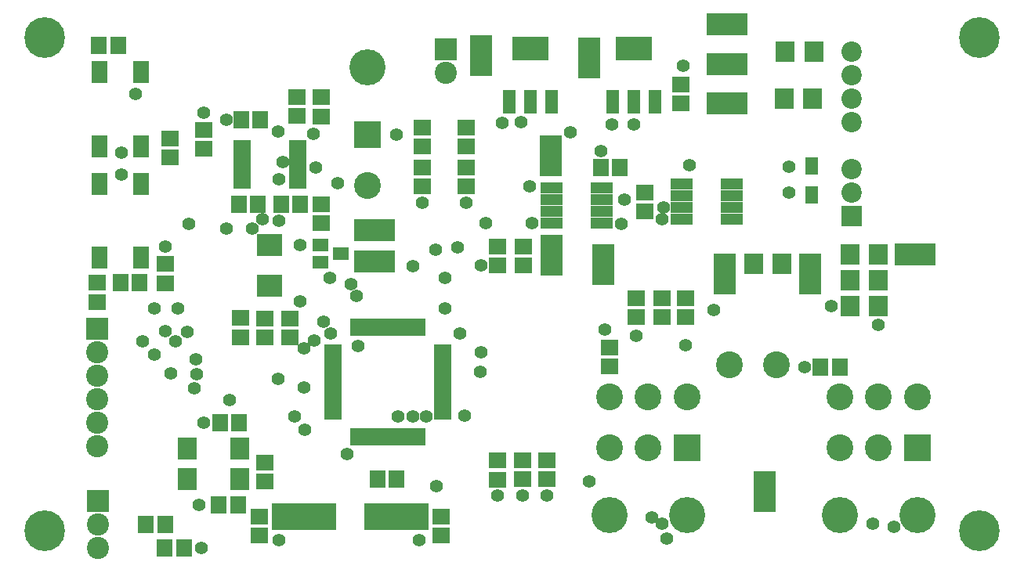
<source format=gts>
G04 #@! TF.FileFunction,Soldermask,Top*
%FSLAX46Y46*%
G04 Gerber Fmt 4.6, Leading zero omitted, Abs format (unit mm)*
G04 Created by KiCad (PCBNEW 4.0.5+dfsg1-4) date Wed Aug 23 12:06:28 2017*
%MOMM*%
%LPD*%
G01*
G04 APERTURE LIST*
%ADD10C,0.100000*%
%ADD11R,1.800000X1.900000*%
%ADD12R,2.000000X2.300000*%
%ADD13R,1.900000X1.800000*%
%ADD14R,1.400000X1.900000*%
%ADD15R,2.400000X2.400000*%
%ADD16C,2.400000*%
%ADD17R,1.700000X2.400000*%
%ADD18R,4.400000X2.400000*%
%ADD19R,2.400000X4.400000*%
%ADD20R,1.800000X1.400000*%
%ADD21R,1.900000X0.750000*%
%ADD22R,2.400000X1.150000*%
%ADD23R,1.400000X2.650000*%
%ADD24R,3.900000X2.650000*%
%ADD25R,0.700000X1.900000*%
%ADD26R,1.900000X0.700000*%
%ADD27R,2.000000X2.400000*%
%ADD28R,7.000000X2.900000*%
%ADD29C,2.900000*%
%ADD30R,2.900000X2.900000*%
%ADD31C,3.908000*%
%ADD32R,2.200000X2.200000*%
%ADD33C,2.200000*%
%ADD34R,0.700000X2.400000*%
%ADD35C,4.400000*%
%ADD36C,1.416000*%
G04 APERTURE END LIST*
D10*
D11*
X166116000Y-78867000D03*
X168166000Y-78867000D03*
D12*
X192988000Y-93853000D03*
X196088000Y-93853000D03*
X192988000Y-91059000D03*
X196088000Y-91059000D03*
D13*
X175260000Y-92946000D03*
X175260000Y-94996000D03*
X172720000Y-92946000D03*
X172720000Y-94996000D03*
X169926000Y-92946000D03*
X169926000Y-94996000D03*
X174752000Y-69832000D03*
X174752000Y-71882000D03*
D11*
X124823000Y-115316000D03*
X126873000Y-115316000D03*
X127018000Y-106426000D03*
X124968000Y-106426000D03*
D13*
X148844000Y-118618000D03*
X148844000Y-116568000D03*
X129159000Y-116586000D03*
X129159000Y-118636000D03*
X118999000Y-91331000D03*
X118999000Y-89281000D03*
D14*
X188849000Y-78688000D03*
X188849000Y-81788000D03*
D13*
X154900596Y-112576082D03*
X154900596Y-110526082D03*
X157607000Y-112540000D03*
X157607000Y-110490000D03*
X160274000Y-112540000D03*
X160274000Y-110490000D03*
D15*
X111760000Y-114935000D03*
D16*
X111760000Y-117475000D03*
X111760000Y-120015000D03*
D12*
X185876000Y-71374000D03*
X188976000Y-71374000D03*
X192988000Y-88265000D03*
X196088000Y-88265000D03*
X186003000Y-66294000D03*
X189103000Y-66294000D03*
D13*
X135890000Y-82786000D03*
X135890000Y-84836000D03*
X135890000Y-73297000D03*
X135890000Y-71247000D03*
D11*
X129304000Y-73660000D03*
X127254000Y-73660000D03*
D13*
X132461000Y-95141000D03*
X132461000Y-97191000D03*
X129794000Y-95141000D03*
X129794000Y-97191000D03*
X127127000Y-95123000D03*
X127127000Y-97173000D03*
X133223000Y-71229000D03*
X133223000Y-73279000D03*
X123190000Y-74785000D03*
X123190000Y-76835000D03*
D11*
X191897000Y-100457000D03*
X189847000Y-100457000D03*
D13*
X157734000Y-89426000D03*
X157734000Y-87376000D03*
X170815000Y-83584000D03*
X170815000Y-81534000D03*
D12*
X182574000Y-89281000D03*
X185674000Y-89281000D03*
D13*
X154940000Y-87358000D03*
X154940000Y-89408000D03*
X167005000Y-100330000D03*
X167005000Y-98280000D03*
X129794000Y-110744000D03*
X129794000Y-112794000D03*
D11*
X141968000Y-112522000D03*
X144018000Y-112522000D03*
X111869000Y-65659000D03*
X113919000Y-65659000D03*
D13*
X119507000Y-75692000D03*
X119507000Y-77742000D03*
X111633000Y-91313000D03*
X111633000Y-93363000D03*
D11*
X114173000Y-91313000D03*
X116223000Y-91313000D03*
X118981000Y-120015000D03*
X121031000Y-120015000D03*
X116949000Y-117475000D03*
X118999000Y-117475000D03*
D17*
X116423000Y-68517000D03*
X111923000Y-68517000D03*
X111923000Y-76517000D03*
X116423000Y-76517000D03*
X116423000Y-80582000D03*
X111923000Y-80582000D03*
X111923000Y-88582000D03*
X116423000Y-88582000D03*
D18*
X141670000Y-89027000D03*
X141670000Y-85598000D03*
D19*
X160782000Y-88330000D03*
X188722000Y-90362000D03*
X160655000Y-77532000D03*
X179451000Y-90362000D03*
D18*
X179767000Y-71882000D03*
X200090000Y-88265000D03*
X179767000Y-67691000D03*
D19*
X183769000Y-113857000D03*
X166370000Y-89346000D03*
X164846000Y-66994000D03*
X153162000Y-66740000D03*
D20*
X138006000Y-88138000D03*
X135806000Y-89088000D03*
X135806000Y-87188000D03*
D21*
X133302000Y-76211000D03*
X133302000Y-76861000D03*
X133302000Y-77511000D03*
X133302000Y-78161000D03*
X133302000Y-78811000D03*
X133302000Y-79461000D03*
X133302000Y-80111000D03*
X133302000Y-80761000D03*
X127302000Y-78811000D03*
X127302000Y-79461000D03*
X127302000Y-80111000D03*
X127302000Y-80761000D03*
X127302000Y-78161000D03*
X127302000Y-77511000D03*
X127302000Y-76861000D03*
X127302000Y-76211000D03*
D22*
X160749000Y-81026000D03*
X160749000Y-82296000D03*
X160749000Y-83566000D03*
X160749000Y-84836000D03*
X166149000Y-81026000D03*
X166149000Y-82296000D03*
X166149000Y-83566000D03*
X166149000Y-84836000D03*
X180246000Y-84455000D03*
X180246000Y-83185000D03*
X180246000Y-81915000D03*
X180246000Y-80645000D03*
X174846000Y-84455000D03*
X174846000Y-83185000D03*
X174846000Y-81915000D03*
X174846000Y-80645000D03*
D23*
X171972000Y-71734000D03*
X169672000Y-71734000D03*
D24*
X169672000Y-65934000D03*
D23*
X167372000Y-71734000D03*
X160796000Y-71734000D03*
X158496000Y-71734000D03*
D24*
X158496000Y-65934000D03*
D23*
X156196000Y-71734000D03*
D25*
X139321000Y-107941000D03*
X139821000Y-107941000D03*
X140321000Y-107941000D03*
X140821000Y-107941000D03*
X141321000Y-107941000D03*
X141821000Y-107941000D03*
X142321000Y-107941000D03*
X142821000Y-107941000D03*
X143321000Y-107941000D03*
X143821000Y-107941000D03*
X144321000Y-107941000D03*
X144821000Y-107941000D03*
X145321000Y-107941000D03*
X145821000Y-107941000D03*
X146321000Y-107941000D03*
X146821000Y-107941000D03*
X146321000Y-96141000D03*
X145821000Y-96141000D03*
X145321000Y-96141000D03*
X144821000Y-96141000D03*
X144321000Y-96141000D03*
X143821000Y-96141000D03*
X143321000Y-96141000D03*
X142821000Y-96141000D03*
X142321000Y-96141000D03*
X141821000Y-96141000D03*
X141321000Y-96141000D03*
X140821000Y-96141000D03*
X140321000Y-96141000D03*
X139821000Y-96141000D03*
X139321000Y-96141000D03*
X146821000Y-96141000D03*
D26*
X148971000Y-105791000D03*
X148971000Y-105291000D03*
X148971000Y-104791000D03*
X148971000Y-104291000D03*
X148971000Y-103791000D03*
X148971000Y-103291000D03*
X148971000Y-102791000D03*
X148971000Y-102291000D03*
X148971000Y-101791000D03*
X148971000Y-101291000D03*
X148971000Y-100791000D03*
X148971000Y-100291000D03*
X148971000Y-99791000D03*
X148971000Y-99291000D03*
X148971000Y-98791000D03*
X148971000Y-98291000D03*
X137171000Y-98291000D03*
X137171000Y-98791000D03*
X137171000Y-99291000D03*
X137171000Y-99791000D03*
X137171000Y-100291000D03*
X137171000Y-100791000D03*
X137171000Y-101291000D03*
X137171000Y-101791000D03*
X137171000Y-102291000D03*
X137171000Y-102791000D03*
X137171000Y-103291000D03*
X137171000Y-103791000D03*
X137171000Y-104291000D03*
X137171000Y-104791000D03*
X137171000Y-105291000D03*
X137171000Y-105791000D03*
D27*
X127062000Y-109220000D03*
X121412000Y-109220000D03*
X121412000Y-112520000D03*
X127062000Y-112520000D03*
D28*
X143985000Y-116586000D03*
X133985000Y-116586000D03*
D29*
X140843000Y-80811000D03*
D30*
X140843000Y-75311000D03*
D31*
X140843000Y-68011000D03*
X191888000Y-116459000D03*
D29*
X191888000Y-103659000D03*
X196088000Y-103659000D03*
X200288000Y-103659000D03*
D30*
X200288000Y-109159000D03*
D29*
X196088000Y-109159000D03*
X191888000Y-109159000D03*
D31*
X200288000Y-116459000D03*
X166996000Y-116459000D03*
D29*
X166996000Y-103659000D03*
X171196000Y-103659000D03*
X175396000Y-103659000D03*
D30*
X175396000Y-109159000D03*
D29*
X171196000Y-109159000D03*
X166996000Y-109159000D03*
D31*
X175396000Y-116459000D03*
D32*
X193167000Y-84074000D03*
D33*
X193167000Y-81534000D03*
X193167000Y-78994000D03*
X193167000Y-73914000D03*
X193167000Y-71374000D03*
X193167000Y-68834000D03*
X193167000Y-66294000D03*
D18*
X179767000Y-63373000D03*
D11*
X133622000Y-82804000D03*
X131572000Y-82804000D03*
X127000000Y-82804000D03*
X129050000Y-82804000D03*
D34*
X131302000Y-91608000D03*
X130802000Y-91608000D03*
X129302000Y-87208000D03*
X130302000Y-91608000D03*
X129802000Y-91608000D03*
X129302000Y-91608000D03*
X129802000Y-87208000D03*
X130302000Y-87208000D03*
X130802000Y-87208000D03*
X131302000Y-87208000D03*
D29*
X179959000Y-100203000D03*
X185039000Y-100203000D03*
D13*
X151511000Y-80899000D03*
X151511000Y-78849000D03*
X146812000Y-80899000D03*
X146812000Y-78849000D03*
X151511000Y-76581000D03*
X151511000Y-74531000D03*
X146812000Y-76581000D03*
X146812000Y-74531000D03*
D35*
X207000000Y-64770000D03*
X207000000Y-118110000D03*
X106000000Y-118110000D03*
X106000000Y-64770000D03*
D15*
X111633000Y-96266000D03*
D16*
X111633000Y-98806000D03*
X111633000Y-101346000D03*
X111633000Y-103886000D03*
X111633000Y-106426000D03*
X111633000Y-108966000D03*
D15*
X149352000Y-66040000D03*
D16*
X149352000Y-68580000D03*
D36*
X151511000Y-82677000D03*
X146812000Y-82677000D03*
X144018000Y-75311000D03*
X147193000Y-105791000D03*
X144145000Y-105791000D03*
X153162000Y-98806000D03*
X139827000Y-98171000D03*
X136779000Y-90805000D03*
X123190000Y-106426000D03*
X122682000Y-115316000D03*
X131318000Y-119126000D03*
X146431000Y-119126000D03*
X175006000Y-67818000D03*
X167259000Y-74168000D03*
X155448000Y-74041000D03*
X158369000Y-80899000D03*
X115824000Y-70866000D03*
X123190000Y-72898000D03*
X118999000Y-87376000D03*
X132969000Y-105791000D03*
X135255000Y-78867000D03*
X128397000Y-85471000D03*
X133604000Y-87249000D03*
X131318000Y-80137000D03*
X135001000Y-75184000D03*
X131699000Y-78232000D03*
X125603000Y-85471000D03*
X121539000Y-84963000D03*
X150581349Y-87448651D03*
X148209000Y-87757000D03*
X145796000Y-89535000D03*
X139065000Y-91440000D03*
X162814000Y-75057000D03*
X153670000Y-84836000D03*
X158623000Y-84836000D03*
X169672000Y-74168000D03*
X125603000Y-73660000D03*
X133604000Y-93345000D03*
X131318000Y-84582000D03*
X129540000Y-84455000D03*
X131191000Y-74930000D03*
X168275000Y-84963000D03*
X172847000Y-83185000D03*
X169926000Y-97028000D03*
X178308000Y-94234000D03*
X166497000Y-96393000D03*
X164846000Y-112776000D03*
X166116000Y-77089000D03*
X191008000Y-93853000D03*
X188087000Y-100457000D03*
X171577000Y-116713000D03*
X175641000Y-78613000D03*
X197739000Y-117729000D03*
X172720000Y-117348000D03*
X195453000Y-117348000D03*
X173228000Y-118999000D03*
X168656000Y-82296000D03*
X175260000Y-98044000D03*
X196088006Y-95885000D03*
X186436000Y-81534000D03*
X157480000Y-73914000D03*
X139700016Y-92710000D03*
X150876030Y-96774000D03*
X145796000Y-105791000D03*
X151384000Y-105664000D03*
X136906000Y-96774000D03*
X117856000Y-94107000D03*
X120396000Y-94107000D03*
X114300000Y-79629000D03*
X114300000Y-77216000D03*
X116586000Y-97663000D03*
X117856000Y-99060000D03*
X119634000Y-101092000D03*
X122174000Y-102743000D03*
X125984000Y-104013000D03*
X149225000Y-94107000D03*
X149225000Y-90805000D03*
X134112000Y-107188000D03*
X138684000Y-109855000D03*
X148336000Y-113284000D03*
X153035000Y-100965000D03*
X118999000Y-96520000D03*
X122301000Y-99568000D03*
X122936000Y-120015000D03*
X186436000Y-78740000D03*
X154940000Y-114300000D03*
X157607000Y-114300000D03*
X160274000Y-114300000D03*
X135127996Y-97536000D03*
X120142000Y-97663000D03*
X136144000Y-95504000D03*
X121412000Y-96647000D03*
X131191000Y-101727000D03*
X122428000Y-101219000D03*
X137668000Y-80518000D03*
X172720000Y-84455000D03*
X134048500Y-102615999D03*
X134048500Y-98425006D03*
X153162000Y-89408000D03*
M02*

</source>
